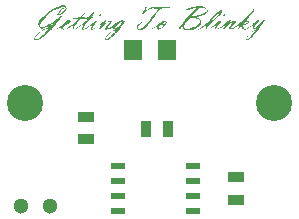
<source format=gts>
G04 (created by PCBNEW (2013-07-07 BZR 4022)-stable) date 2/02/2014 9:55:01 p.m.*
%MOIN*%
G04 Gerber Fmt 3.4, Leading zero omitted, Abs format*
%FSLAX34Y34*%
G01*
G70*
G90*
G04 APERTURE LIST*
%ADD10C,0.00590551*%
%ADD11C,0.0001*%
%ADD12R,0.045X0.02*%
%ADD13R,0.0629X0.0709*%
%ADD14C,0.0511811*%
%ADD15C,0.12*%
%ADD16R,0.035X0.055*%
%ADD17R,0.055X0.035*%
G04 APERTURE END LIST*
G54D10*
G54D11*
G36*
X64944Y-35408D02*
X64937Y-35428D01*
X64916Y-35461D01*
X64878Y-35511D01*
X64840Y-35559D01*
X64792Y-35620D01*
X64760Y-35662D01*
X64742Y-35690D01*
X64738Y-35707D01*
X64742Y-35716D01*
X64748Y-35718D01*
X64764Y-35726D01*
X64754Y-35730D01*
X64739Y-35730D01*
X64713Y-35739D01*
X64682Y-35765D01*
X64642Y-35811D01*
X64631Y-35827D01*
X64610Y-35851D01*
X64610Y-35763D01*
X64586Y-35768D01*
X64549Y-35789D01*
X64503Y-35822D01*
X64456Y-35863D01*
X64424Y-35895D01*
X64378Y-35952D01*
X64349Y-36000D01*
X64340Y-36037D01*
X64343Y-36051D01*
X64358Y-36057D01*
X64384Y-36043D01*
X64422Y-36007D01*
X64474Y-35950D01*
X64519Y-35896D01*
X64559Y-35845D01*
X64590Y-35803D01*
X64608Y-35774D01*
X64610Y-35763D01*
X64610Y-35851D01*
X64582Y-35886D01*
X64528Y-35946D01*
X64473Y-36000D01*
X64423Y-36045D01*
X64381Y-36077D01*
X64352Y-36092D01*
X64349Y-36092D01*
X64327Y-36084D01*
X64320Y-36055D01*
X64327Y-36016D01*
X64342Y-35972D01*
X64343Y-35967D01*
X64372Y-35925D01*
X64417Y-35875D01*
X64472Y-35825D01*
X64528Y-35782D01*
X64577Y-35751D01*
X64597Y-35743D01*
X64648Y-35717D01*
X64686Y-35682D01*
X64717Y-35639D01*
X64730Y-35617D01*
X64723Y-35616D01*
X64698Y-35635D01*
X64677Y-35654D01*
X64622Y-35698D01*
X64582Y-35719D01*
X64554Y-35719D01*
X64537Y-35702D01*
X64531Y-35662D01*
X64550Y-35607D01*
X64583Y-35554D01*
X64592Y-35538D01*
X64585Y-35538D01*
X64561Y-35554D01*
X64516Y-35588D01*
X64502Y-35599D01*
X64431Y-35654D01*
X64377Y-35691D01*
X64334Y-35715D01*
X64298Y-35727D01*
X64262Y-35731D01*
X64259Y-35731D01*
X64225Y-35727D01*
X64202Y-35711D01*
X64178Y-35674D01*
X64146Y-35617D01*
X64090Y-35678D01*
X64053Y-35713D01*
X64029Y-35727D01*
X64017Y-35723D01*
X64015Y-35707D01*
X64028Y-35678D01*
X64059Y-35634D01*
X64085Y-35600D01*
X64168Y-35494D01*
X64049Y-35590D01*
X63976Y-35648D01*
X63919Y-35688D01*
X63875Y-35714D01*
X63837Y-35727D01*
X63803Y-35729D01*
X63796Y-35728D01*
X63762Y-35721D01*
X63748Y-35700D01*
X63746Y-35688D01*
X63749Y-35661D01*
X63767Y-35628D01*
X63804Y-35582D01*
X63823Y-35560D01*
X63859Y-35519D01*
X63885Y-35485D01*
X63897Y-35465D01*
X63897Y-35462D01*
X63880Y-35464D01*
X63847Y-35484D01*
X63802Y-35516D01*
X63749Y-35557D01*
X63692Y-35606D01*
X63664Y-35631D01*
X63605Y-35682D01*
X63565Y-35711D01*
X63542Y-35718D01*
X63539Y-35704D01*
X63556Y-35669D01*
X63594Y-35614D01*
X63616Y-35587D01*
X63691Y-35493D01*
X63605Y-35562D01*
X63529Y-35622D01*
X63470Y-35665D01*
X63425Y-35695D01*
X63388Y-35713D01*
X63355Y-35721D01*
X63332Y-35723D01*
X63290Y-35718D01*
X63270Y-35700D01*
X63273Y-35667D01*
X63297Y-35617D01*
X63316Y-35587D01*
X63368Y-35510D01*
X63306Y-35561D01*
X63216Y-35632D01*
X63143Y-35683D01*
X63085Y-35716D01*
X63041Y-35730D01*
X63007Y-35729D01*
X62983Y-35714D01*
X62971Y-35698D01*
X62970Y-35675D01*
X62979Y-35637D01*
X62983Y-35625D01*
X63004Y-35557D01*
X62936Y-35608D01*
X62885Y-35645D01*
X62829Y-35679D01*
X62777Y-35707D01*
X62735Y-35726D01*
X62714Y-35731D01*
X62715Y-35725D01*
X62737Y-35709D01*
X62768Y-35691D01*
X62892Y-35611D01*
X63010Y-35514D01*
X63110Y-35408D01*
X63118Y-35398D01*
X63176Y-35330D01*
X63240Y-35260D01*
X63304Y-35195D01*
X63365Y-35140D01*
X63416Y-35098D01*
X63448Y-35077D01*
X63482Y-35062D01*
X63502Y-35065D01*
X63510Y-35072D01*
X63516Y-35101D01*
X63498Y-35144D01*
X63494Y-35150D01*
X63494Y-35092D01*
X63490Y-35085D01*
X63475Y-35088D01*
X63444Y-35114D01*
X63399Y-35158D01*
X63343Y-35220D01*
X63283Y-35291D01*
X63225Y-35360D01*
X63186Y-35409D01*
X63166Y-35438D01*
X63164Y-35446D01*
X63182Y-35434D01*
X63219Y-35401D01*
X63276Y-35348D01*
X63343Y-35284D01*
X63408Y-35218D01*
X63456Y-35163D01*
X63485Y-35120D01*
X63494Y-35092D01*
X63494Y-35150D01*
X63459Y-35201D01*
X63398Y-35268D01*
X63317Y-35345D01*
X63238Y-35413D01*
X63161Y-35481D01*
X63104Y-35536D01*
X63064Y-35584D01*
X63043Y-35616D01*
X63019Y-35669D01*
X63015Y-35701D01*
X63030Y-35713D01*
X63062Y-35705D01*
X63114Y-35678D01*
X63183Y-35630D01*
X63269Y-35564D01*
X63354Y-35494D01*
X63405Y-35454D01*
X63445Y-35432D01*
X63473Y-35429D01*
X63483Y-35445D01*
X63483Y-35446D01*
X63474Y-35464D01*
X63451Y-35499D01*
X63417Y-35544D01*
X63396Y-35570D01*
X63358Y-35617D01*
X63329Y-35656D01*
X63312Y-35682D01*
X63309Y-35688D01*
X63319Y-35707D01*
X63348Y-35706D01*
X63393Y-35686D01*
X63453Y-35650D01*
X63526Y-35597D01*
X63586Y-35549D01*
X63640Y-35503D01*
X63688Y-35463D01*
X63724Y-35433D01*
X63743Y-35418D01*
X63773Y-35409D01*
X63786Y-35413D01*
X63798Y-35426D01*
X63792Y-35445D01*
X63777Y-35467D01*
X63747Y-35511D01*
X63735Y-35532D01*
X63742Y-35533D01*
X63758Y-35519D01*
X63815Y-35476D01*
X63868Y-35446D01*
X63914Y-35431D01*
X63948Y-35432D01*
X63964Y-35448D01*
X63964Y-35469D01*
X63949Y-35499D01*
X63918Y-35541D01*
X63867Y-35598D01*
X63854Y-35613D01*
X63813Y-35661D01*
X63795Y-35692D01*
X63797Y-35704D01*
X63820Y-35708D01*
X63861Y-35694D01*
X63915Y-35662D01*
X63980Y-35617D01*
X64054Y-35560D01*
X64132Y-35493D01*
X64213Y-35419D01*
X64293Y-35340D01*
X64369Y-35259D01*
X64380Y-35246D01*
X64446Y-35172D01*
X64496Y-35117D01*
X64531Y-35080D01*
X64556Y-35057D01*
X64572Y-35047D01*
X64582Y-35047D01*
X64587Y-35052D01*
X64590Y-35066D01*
X64583Y-35086D01*
X64564Y-35117D01*
X64531Y-35159D01*
X64483Y-35218D01*
X64418Y-35293D01*
X64408Y-35304D01*
X64362Y-35359D01*
X64326Y-35403D01*
X64303Y-35435D01*
X64295Y-35450D01*
X64298Y-35450D01*
X64336Y-35438D01*
X64365Y-35432D01*
X64399Y-35436D01*
X64415Y-35459D01*
X64409Y-35495D01*
X64405Y-35502D01*
X64381Y-35528D01*
X64363Y-35539D01*
X64363Y-35477D01*
X64359Y-35461D01*
X64344Y-35457D01*
X64321Y-35465D01*
X64286Y-35486D01*
X64247Y-35513D01*
X64214Y-35540D01*
X64197Y-35559D01*
X64198Y-35569D01*
X64220Y-35568D01*
X64253Y-35558D01*
X64293Y-35540D01*
X64317Y-35527D01*
X64348Y-35501D01*
X64363Y-35477D01*
X64363Y-35539D01*
X64339Y-35554D01*
X64290Y-35575D01*
X64246Y-35586D01*
X64237Y-35586D01*
X64212Y-35594D01*
X64205Y-35605D01*
X64212Y-35629D01*
X64229Y-35661D01*
X64249Y-35693D01*
X64267Y-35714D01*
X64273Y-35717D01*
X64299Y-35708D01*
X64342Y-35683D01*
X64398Y-35646D01*
X64461Y-35601D01*
X64527Y-35549D01*
X64558Y-35523D01*
X64631Y-35465D01*
X64685Y-35429D01*
X64721Y-35413D01*
X64738Y-35420D01*
X64739Y-35428D01*
X64730Y-35445D01*
X64708Y-35479D01*
X64674Y-35523D01*
X64652Y-35552D01*
X64615Y-35600D01*
X64586Y-35640D01*
X64569Y-35667D01*
X64566Y-35674D01*
X64575Y-35686D01*
X64601Y-35679D01*
X64641Y-35654D01*
X64692Y-35614D01*
X64752Y-35559D01*
X64817Y-35494D01*
X64840Y-35470D01*
X64885Y-35425D01*
X64915Y-35401D01*
X64935Y-35396D01*
X64940Y-35398D01*
X64944Y-35408D01*
X64944Y-35408D01*
X64944Y-35408D01*
G37*
G36*
X58328Y-35023D02*
X58313Y-35075D01*
X58277Y-35130D01*
X58224Y-35182D01*
X58162Y-35226D01*
X58108Y-35254D01*
X58065Y-35263D01*
X58036Y-35253D01*
X58024Y-35224D01*
X58024Y-35220D01*
X58035Y-35185D01*
X58065Y-35141D01*
X58107Y-35095D01*
X58157Y-35052D01*
X58192Y-35029D01*
X58233Y-35008D01*
X58258Y-34999D01*
X58264Y-35003D01*
X58249Y-35018D01*
X58223Y-35036D01*
X58185Y-35063D01*
X58144Y-35099D01*
X58106Y-35138D01*
X58076Y-35173D01*
X58059Y-35199D01*
X58058Y-35208D01*
X58080Y-35218D01*
X58117Y-35204D01*
X58170Y-35166D01*
X58214Y-35127D01*
X58259Y-35084D01*
X58285Y-35052D01*
X58295Y-35027D01*
X58296Y-35010D01*
X58286Y-34983D01*
X58262Y-34971D01*
X58246Y-34968D01*
X58181Y-34974D01*
X58101Y-34998D01*
X58012Y-35038D01*
X57917Y-35092D01*
X57820Y-35155D01*
X57725Y-35226D01*
X57638Y-35300D01*
X57562Y-35376D01*
X57501Y-35449D01*
X57459Y-35517D01*
X57448Y-35545D01*
X57437Y-35596D01*
X57445Y-35627D01*
X57475Y-35642D01*
X57510Y-35644D01*
X57570Y-35634D01*
X57648Y-35605D01*
X57739Y-35559D01*
X57841Y-35498D01*
X57950Y-35423D01*
X58063Y-35336D01*
X58071Y-35330D01*
X58116Y-35296D01*
X58152Y-35271D01*
X58175Y-35260D01*
X58178Y-35260D01*
X58182Y-35272D01*
X58175Y-35293D01*
X58153Y-35326D01*
X58117Y-35372D01*
X58063Y-35435D01*
X58017Y-35487D01*
X57967Y-35545D01*
X57923Y-35597D01*
X57892Y-35638D01*
X57875Y-35665D01*
X57873Y-35671D01*
X57862Y-35692D01*
X57851Y-35695D01*
X57834Y-35705D01*
X57800Y-35732D01*
X57755Y-35773D01*
X57746Y-35782D01*
X57746Y-35684D01*
X57741Y-35679D01*
X57728Y-35681D01*
X57657Y-35704D01*
X57576Y-35743D01*
X57492Y-35792D01*
X57416Y-35848D01*
X57381Y-35879D01*
X57321Y-35940D01*
X57285Y-35990D01*
X57275Y-36027D01*
X57289Y-36050D01*
X57312Y-36061D01*
X57336Y-36059D01*
X57368Y-36044D01*
X57404Y-36022D01*
X57438Y-35996D01*
X57485Y-35954D01*
X57542Y-35902D01*
X57601Y-35845D01*
X57620Y-35826D01*
X57678Y-35767D01*
X57717Y-35725D01*
X57739Y-35698D01*
X57746Y-35684D01*
X57746Y-35782D01*
X57702Y-35824D01*
X57670Y-35855D01*
X57600Y-35923D01*
X57536Y-35980D01*
X57483Y-36022D01*
X57445Y-36046D01*
X57392Y-36066D01*
X57338Y-36076D01*
X57291Y-36077D01*
X57259Y-36067D01*
X57250Y-36056D01*
X57248Y-36014D01*
X57270Y-35964D01*
X57310Y-35909D01*
X57367Y-35852D01*
X57435Y-35797D01*
X57511Y-35746D01*
X57592Y-35702D01*
X57674Y-35669D01*
X57714Y-35658D01*
X57785Y-35630D01*
X57847Y-35582D01*
X57887Y-35541D01*
X57905Y-35518D01*
X57900Y-35512D01*
X57873Y-35526D01*
X57826Y-35555D01*
X57726Y-35617D01*
X57636Y-35663D01*
X57560Y-35691D01*
X57535Y-35696D01*
X57495Y-35700D01*
X57466Y-35691D01*
X57435Y-35664D01*
X57433Y-35662D01*
X57397Y-35608D01*
X57389Y-35545D01*
X57408Y-35474D01*
X57454Y-35394D01*
X57527Y-35306D01*
X57563Y-35269D01*
X57661Y-35183D01*
X57773Y-35104D01*
X57892Y-35036D01*
X58011Y-34980D01*
X58124Y-34942D01*
X58187Y-34929D01*
X58252Y-34929D01*
X58297Y-34947D01*
X58323Y-34979D01*
X58328Y-35023D01*
X58328Y-35023D01*
X58328Y-35023D01*
G37*
G36*
X60261Y-35447D02*
X60258Y-35468D01*
X60235Y-35508D01*
X60193Y-35568D01*
X60190Y-35572D01*
X60190Y-35464D01*
X60184Y-35446D01*
X60169Y-35442D01*
X60150Y-35451D01*
X60116Y-35476D01*
X60074Y-35512D01*
X60060Y-35524D01*
X60006Y-35578D01*
X59967Y-35624D01*
X59944Y-35659D01*
X59938Y-35681D01*
X59949Y-35688D01*
X59977Y-35677D01*
X60022Y-35647D01*
X60042Y-35632D01*
X60100Y-35582D01*
X60146Y-35535D01*
X60176Y-35494D01*
X60190Y-35464D01*
X60190Y-35572D01*
X60175Y-35591D01*
X60139Y-35640D01*
X60112Y-35682D01*
X60098Y-35709D01*
X60097Y-35717D01*
X60095Y-35730D01*
X60088Y-35731D01*
X60073Y-35741D01*
X60042Y-35769D01*
X60000Y-35809D01*
X59962Y-35848D01*
X59962Y-35762D01*
X59959Y-35760D01*
X59922Y-35769D01*
X59873Y-35794D01*
X59817Y-35829D01*
X59760Y-35872D01*
X59706Y-35917D01*
X59663Y-35960D01*
X59635Y-35996D01*
X59627Y-36019D01*
X59635Y-36044D01*
X59661Y-36045D01*
X59702Y-36024D01*
X59760Y-35980D01*
X59807Y-35938D01*
X59855Y-35892D01*
X59897Y-35847D01*
X59932Y-35808D01*
X59955Y-35778D01*
X59962Y-35762D01*
X59962Y-35848D01*
X59950Y-35860D01*
X59934Y-35876D01*
X59846Y-35964D01*
X59773Y-36025D01*
X59712Y-36064D01*
X59663Y-36078D01*
X59627Y-36069D01*
X59613Y-36056D01*
X59605Y-36038D01*
X59609Y-36011D01*
X59628Y-35968D01*
X59669Y-35908D01*
X59732Y-35849D01*
X59808Y-35797D01*
X59890Y-35758D01*
X59919Y-35749D01*
X59981Y-35726D01*
X60021Y-35698D01*
X60036Y-35681D01*
X60067Y-35638D01*
X60015Y-35677D01*
X59975Y-35702D01*
X59936Y-35716D01*
X59925Y-35717D01*
X59900Y-35713D01*
X59889Y-35697D01*
X59887Y-35666D01*
X59887Y-35616D01*
X59815Y-35668D01*
X59761Y-35700D01*
X59706Y-35721D01*
X59658Y-35731D01*
X59624Y-35726D01*
X59612Y-35716D01*
X59608Y-35682D01*
X59629Y-35636D01*
X59675Y-35577D01*
X59703Y-35547D01*
X59738Y-35510D01*
X59761Y-35480D01*
X59768Y-35464D01*
X59768Y-35463D01*
X59748Y-35463D01*
X59711Y-35484D01*
X59656Y-35523D01*
X59587Y-35580D01*
X59547Y-35615D01*
X59499Y-35656D01*
X59459Y-35690D01*
X59431Y-35711D01*
X59421Y-35717D01*
X59409Y-35707D01*
X59416Y-35681D01*
X59439Y-35641D01*
X59477Y-35591D01*
X59479Y-35589D01*
X59512Y-35548D01*
X59526Y-35527D01*
X59521Y-35526D01*
X59494Y-35544D01*
X59447Y-35581D01*
X59439Y-35588D01*
X59358Y-35649D01*
X59285Y-35695D01*
X59225Y-35723D01*
X59185Y-35731D01*
X59145Y-35724D01*
X59128Y-35703D01*
X59134Y-35666D01*
X59163Y-35614D01*
X59189Y-35576D01*
X59209Y-35547D01*
X59216Y-35530D01*
X59216Y-35529D01*
X59201Y-35538D01*
X59171Y-35560D01*
X59130Y-35593D01*
X59120Y-35601D01*
X59044Y-35659D01*
X58975Y-35701D01*
X58917Y-35726D01*
X58872Y-35732D01*
X58843Y-35718D01*
X58837Y-35708D01*
X58839Y-35683D01*
X58851Y-35643D01*
X58866Y-35607D01*
X58904Y-35529D01*
X58782Y-35623D01*
X58728Y-35662D01*
X58678Y-35695D01*
X58641Y-35718D01*
X58625Y-35725D01*
X58574Y-35730D01*
X58543Y-35715D01*
X58533Y-35682D01*
X58545Y-35631D01*
X58558Y-35602D01*
X58574Y-35568D01*
X58580Y-35546D01*
X58580Y-35543D01*
X58565Y-35552D01*
X58535Y-35575D01*
X58493Y-35607D01*
X58482Y-35616D01*
X58413Y-35668D01*
X58357Y-35703D01*
X58307Y-35723D01*
X58256Y-35730D01*
X58234Y-35731D01*
X58191Y-35729D01*
X58168Y-35721D01*
X58155Y-35700D01*
X58150Y-35689D01*
X58134Y-35647D01*
X58049Y-35690D01*
X58003Y-35711D01*
X57967Y-35725D01*
X57949Y-35728D01*
X57954Y-35720D01*
X57979Y-35702D01*
X58021Y-35679D01*
X58033Y-35673D01*
X58139Y-35606D01*
X58226Y-35527D01*
X58281Y-35474D01*
X58323Y-35442D01*
X58359Y-35424D01*
X58374Y-35420D01*
X58424Y-35417D01*
X58452Y-35428D01*
X58459Y-35449D01*
X58447Y-35480D01*
X58415Y-35515D01*
X58398Y-35528D01*
X58398Y-35465D01*
X58395Y-35447D01*
X58380Y-35442D01*
X58363Y-35452D01*
X58333Y-35477D01*
X58298Y-35510D01*
X58263Y-35545D01*
X58238Y-35575D01*
X58226Y-35593D01*
X58226Y-35594D01*
X58237Y-35595D01*
X58264Y-35582D01*
X58303Y-35557D01*
X58346Y-35526D01*
X58381Y-35493D01*
X58398Y-35465D01*
X58398Y-35528D01*
X58366Y-35554D01*
X58306Y-35588D01*
X58253Y-35618D01*
X58224Y-35642D01*
X58212Y-35662D01*
X58212Y-35668D01*
X58223Y-35696D01*
X58255Y-35709D01*
X58298Y-35704D01*
X58310Y-35701D01*
X58344Y-35683D01*
X58392Y-35652D01*
X58449Y-35611D01*
X58509Y-35565D01*
X58570Y-35516D01*
X58625Y-35469D01*
X58671Y-35427D01*
X58703Y-35394D01*
X58717Y-35374D01*
X58717Y-35372D01*
X58704Y-35368D01*
X58669Y-35366D01*
X58620Y-35366D01*
X58612Y-35366D01*
X58561Y-35366D01*
X58536Y-35363D01*
X58536Y-35356D01*
X58560Y-35348D01*
X58605Y-35341D01*
X58662Y-35334D01*
X58710Y-35328D01*
X58744Y-35320D01*
X58771Y-35305D01*
X58800Y-35276D01*
X58833Y-35239D01*
X58869Y-35200D01*
X58900Y-35172D01*
X58918Y-35161D01*
X58921Y-35161D01*
X58931Y-35172D01*
X58930Y-35190D01*
X58913Y-35218D01*
X58883Y-35260D01*
X58831Y-35327D01*
X58894Y-35329D01*
X58968Y-35331D01*
X59021Y-35327D01*
X59060Y-35316D01*
X59091Y-35296D01*
X59121Y-35265D01*
X59122Y-35264D01*
X59156Y-35224D01*
X59188Y-35189D01*
X59201Y-35176D01*
X59224Y-35158D01*
X59235Y-35162D01*
X59234Y-35182D01*
X59222Y-35214D01*
X59198Y-35253D01*
X59194Y-35258D01*
X59149Y-35320D01*
X59211Y-35327D01*
X59247Y-35332D01*
X59257Y-35337D01*
X59244Y-35343D01*
X59237Y-35345D01*
X59195Y-35353D01*
X59157Y-35355D01*
X59130Y-35360D01*
X59104Y-35376D01*
X59073Y-35409D01*
X59049Y-35438D01*
X59019Y-35477D01*
X59019Y-35385D01*
X59019Y-35379D01*
X59003Y-35376D01*
X58966Y-35372D01*
X58914Y-35368D01*
X58907Y-35367D01*
X58800Y-35362D01*
X58723Y-35458D01*
X58669Y-35529D01*
X58624Y-35593D01*
X58590Y-35646D01*
X58570Y-35684D01*
X58567Y-35704D01*
X58567Y-35704D01*
X58575Y-35714D01*
X58588Y-35714D01*
X58616Y-35705D01*
X58624Y-35702D01*
X58656Y-35685D01*
X58700Y-35656D01*
X58754Y-35617D01*
X58812Y-35573D01*
X58870Y-35526D01*
X58924Y-35481D01*
X58969Y-35439D01*
X59003Y-35406D01*
X59019Y-35385D01*
X59019Y-35477D01*
X58983Y-35524D01*
X58932Y-35596D01*
X58897Y-35653D01*
X58878Y-35693D01*
X58877Y-35714D01*
X58884Y-35717D01*
X58901Y-35711D01*
X58934Y-35699D01*
X58943Y-35695D01*
X58976Y-35679D01*
X59013Y-35656D01*
X59059Y-35623D01*
X59118Y-35576D01*
X59194Y-35514D01*
X59206Y-35504D01*
X59260Y-35463D01*
X59304Y-35436D01*
X59336Y-35427D01*
X59352Y-35435D01*
X59353Y-35441D01*
X59344Y-35457D01*
X59321Y-35490D01*
X59287Y-35535D01*
X59258Y-35573D01*
X59212Y-35636D01*
X59187Y-35680D01*
X59183Y-35705D01*
X59197Y-35714D01*
X59229Y-35704D01*
X59279Y-35676D01*
X59344Y-35632D01*
X59425Y-35570D01*
X59475Y-35529D01*
X59532Y-35483D01*
X59582Y-35445D01*
X59619Y-35419D01*
X59641Y-35407D01*
X59643Y-35407D01*
X59655Y-35430D01*
X59643Y-35466D01*
X59624Y-35494D01*
X59591Y-35536D01*
X59641Y-35503D01*
X59715Y-35459D01*
X59771Y-35435D01*
X59809Y-35432D01*
X59827Y-35450D01*
X59829Y-35465D01*
X59820Y-35485D01*
X59796Y-35521D01*
X59760Y-35565D01*
X59740Y-35588D01*
X59695Y-35642D01*
X59670Y-35679D01*
X59664Y-35700D01*
X59666Y-35704D01*
X59689Y-35709D01*
X59728Y-35694D01*
X59786Y-35660D01*
X59862Y-35606D01*
X59923Y-35559D01*
X59982Y-35515D01*
X60039Y-35475D01*
X60088Y-35446D01*
X60114Y-35433D01*
X60154Y-35419D01*
X60178Y-35418D01*
X60197Y-35427D01*
X60201Y-35431D01*
X60228Y-35446D01*
X60244Y-35446D01*
X60261Y-35447D01*
X60261Y-35447D01*
X60261Y-35447D01*
G37*
G36*
X61779Y-34978D02*
X61773Y-34990D01*
X61754Y-35000D01*
X61718Y-35009D01*
X61661Y-35018D01*
X61586Y-35027D01*
X61444Y-35045D01*
X61325Y-35204D01*
X61271Y-35276D01*
X61214Y-35354D01*
X61161Y-35428D01*
X61120Y-35484D01*
X61041Y-35587D01*
X60966Y-35665D01*
X60896Y-35719D01*
X60844Y-35743D01*
X60792Y-35756D01*
X60756Y-35758D01*
X60728Y-35747D01*
X60709Y-35733D01*
X60683Y-35695D01*
X60677Y-35645D01*
X60691Y-35591D01*
X60708Y-35562D01*
X60734Y-35533D01*
X60769Y-35506D01*
X60805Y-35484D01*
X60834Y-35472D01*
X60847Y-35473D01*
X60841Y-35487D01*
X60820Y-35514D01*
X60786Y-35550D01*
X60782Y-35555D01*
X60742Y-35596D01*
X60721Y-35626D01*
X60712Y-35652D01*
X60713Y-35676D01*
X60721Y-35712D01*
X60742Y-35727D01*
X60747Y-35728D01*
X60785Y-35723D01*
X60832Y-35696D01*
X60890Y-35647D01*
X60958Y-35575D01*
X61039Y-35478D01*
X61093Y-35409D01*
X61151Y-35334D01*
X61207Y-35262D01*
X61259Y-35197D01*
X61301Y-35145D01*
X61327Y-35112D01*
X61389Y-35041D01*
X61321Y-35032D01*
X61207Y-35030D01*
X61096Y-35057D01*
X60991Y-35111D01*
X60928Y-35159D01*
X60877Y-35202D01*
X60843Y-35224D01*
X60827Y-35224D01*
X60826Y-35218D01*
X60834Y-35204D01*
X60854Y-35174D01*
X60876Y-35145D01*
X60909Y-35095D01*
X60935Y-35041D01*
X60944Y-35014D01*
X60957Y-34977D01*
X60969Y-34954D01*
X60974Y-34952D01*
X60990Y-34963D01*
X60993Y-34993D01*
X60980Y-35035D01*
X60972Y-35052D01*
X60942Y-35110D01*
X61002Y-35067D01*
X61055Y-35033D01*
X61113Y-35009D01*
X61181Y-34993D01*
X61264Y-34984D01*
X61369Y-34981D01*
X61394Y-34981D01*
X61515Y-34981D01*
X61609Y-34981D01*
X61679Y-34979D01*
X61727Y-34977D01*
X61756Y-34974D01*
X61767Y-34971D01*
X61778Y-34975D01*
X61779Y-34978D01*
X61779Y-34978D01*
X61779Y-34978D01*
G37*
G36*
X63035Y-35109D02*
X63024Y-35155D01*
X63004Y-35179D01*
X63004Y-35091D01*
X63002Y-35063D01*
X62985Y-35044D01*
X62957Y-35030D01*
X62913Y-35018D01*
X62856Y-35010D01*
X62822Y-35009D01*
X62794Y-35009D01*
X62772Y-35010D01*
X62752Y-35014D01*
X62732Y-35025D01*
X62708Y-35044D01*
X62676Y-35075D01*
X62632Y-35120D01*
X62575Y-35182D01*
X62530Y-35230D01*
X62465Y-35299D01*
X62530Y-35289D01*
X62573Y-35282D01*
X62634Y-35269D01*
X62702Y-35253D01*
X62731Y-35245D01*
X62835Y-35215D01*
X62915Y-35181D01*
X62971Y-35144D01*
X63000Y-35106D01*
X63004Y-35091D01*
X63004Y-35179D01*
X62990Y-35196D01*
X62929Y-35235D01*
X62924Y-35238D01*
X62880Y-35256D01*
X62820Y-35276D01*
X62756Y-35293D01*
X62697Y-35307D01*
X62654Y-35313D01*
X62651Y-35313D01*
X62648Y-35318D01*
X62667Y-35329D01*
X62696Y-35341D01*
X62762Y-35375D01*
X62803Y-35416D01*
X62818Y-35464D01*
X62819Y-35474D01*
X62804Y-35537D01*
X62775Y-35578D01*
X62775Y-35450D01*
X62764Y-35418D01*
X62735Y-35395D01*
X62686Y-35374D01*
X62620Y-35357D01*
X62547Y-35347D01*
X62538Y-35346D01*
X62436Y-35338D01*
X62376Y-35401D01*
X62305Y-35483D01*
X62261Y-35552D01*
X62242Y-35609D01*
X62250Y-35654D01*
X62273Y-35681D01*
X62319Y-35698D01*
X62383Y-35701D01*
X62460Y-35688D01*
X62543Y-35662D01*
X62595Y-35638D01*
X62675Y-35592D01*
X62732Y-35544D01*
X62766Y-35496D01*
X62775Y-35450D01*
X62775Y-35578D01*
X62762Y-35597D01*
X62696Y-35652D01*
X62611Y-35701D01*
X62521Y-35736D01*
X62433Y-35756D01*
X62352Y-35759D01*
X62289Y-35746D01*
X62248Y-35716D01*
X62219Y-35669D01*
X62211Y-35630D01*
X62209Y-35613D01*
X62202Y-35610D01*
X62185Y-35624D01*
X62154Y-35658D01*
X62148Y-35665D01*
X62107Y-35706D01*
X62076Y-35724D01*
X62058Y-35718D01*
X62053Y-35697D01*
X62062Y-35679D01*
X62087Y-35645D01*
X62124Y-35598D01*
X62170Y-35542D01*
X62194Y-35515D01*
X62243Y-35456D01*
X62284Y-35404D01*
X62314Y-35363D01*
X62329Y-35337D01*
X62330Y-35332D01*
X62339Y-35312D01*
X62359Y-35299D01*
X62381Y-35284D01*
X62419Y-35252D01*
X62466Y-35209D01*
X62518Y-35158D01*
X62522Y-35153D01*
X62652Y-35020D01*
X62573Y-35030D01*
X62516Y-35040D01*
X62449Y-35057D01*
X62396Y-35074D01*
X62336Y-35091D01*
X62299Y-35095D01*
X62286Y-35085D01*
X62297Y-35062D01*
X62298Y-35060D01*
X62326Y-35041D01*
X62375Y-35020D01*
X62441Y-35000D01*
X62516Y-34981D01*
X62593Y-34967D01*
X62609Y-34965D01*
X62666Y-34955D01*
X62712Y-34945D01*
X62741Y-34935D01*
X62744Y-34933D01*
X62764Y-34925D01*
X62773Y-34932D01*
X62791Y-34943D01*
X62829Y-34953D01*
X62854Y-34958D01*
X62935Y-34976D01*
X62991Y-35005D01*
X63023Y-35046D01*
X63035Y-35102D01*
X63035Y-35109D01*
X63035Y-35109D01*
X63035Y-35109D01*
G37*
G36*
X61659Y-35473D02*
X61643Y-35517D01*
X61633Y-35533D01*
X61633Y-35458D01*
X61623Y-35443D01*
X61619Y-35442D01*
X61597Y-35453D01*
X61569Y-35478D01*
X61544Y-35508D01*
X61533Y-35532D01*
X61533Y-35533D01*
X61541Y-35564D01*
X61561Y-35571D01*
X61588Y-35558D01*
X61609Y-35530D01*
X61629Y-35489D01*
X61633Y-35458D01*
X61633Y-35533D01*
X61612Y-35569D01*
X61567Y-35624D01*
X61557Y-35633D01*
X61543Y-35647D01*
X61543Y-35606D01*
X61538Y-35591D01*
X61529Y-35580D01*
X61509Y-35555D01*
X61504Y-35540D01*
X61497Y-35536D01*
X61478Y-35549D01*
X61455Y-35573D01*
X61432Y-35604D01*
X61422Y-35620D01*
X61409Y-35659D01*
X61412Y-35689D01*
X61430Y-35702D01*
X61432Y-35702D01*
X61450Y-35693D01*
X61481Y-35670D01*
X61500Y-35653D01*
X61531Y-35624D01*
X61543Y-35606D01*
X61543Y-35647D01*
X61494Y-35691D01*
X61438Y-35726D01*
X61392Y-35735D01*
X61369Y-35729D01*
X61350Y-35703D01*
X61346Y-35663D01*
X61358Y-35620D01*
X61361Y-35614D01*
X61359Y-35606D01*
X61337Y-35617D01*
X61295Y-35645D01*
X61288Y-35650D01*
X61221Y-35696D01*
X61172Y-35723D01*
X61142Y-35730D01*
X61134Y-35727D01*
X61142Y-35717D01*
X61168Y-35700D01*
X61189Y-35689D01*
X61226Y-35668D01*
X61276Y-35632D01*
X61335Y-35588D01*
X61386Y-35546D01*
X61445Y-35498D01*
X61488Y-35465D01*
X61521Y-35446D01*
X61549Y-35435D01*
X61577Y-35432D01*
X61584Y-35431D01*
X61625Y-35432D01*
X61651Y-35439D01*
X61656Y-35443D01*
X61659Y-35473D01*
X61659Y-35473D01*
X61659Y-35473D01*
G37*
G36*
X59492Y-35236D02*
X59491Y-35261D01*
X59488Y-35265D01*
X59465Y-35285D01*
X59430Y-35296D01*
X59400Y-35294D01*
X59392Y-35289D01*
X59390Y-35270D01*
X59404Y-35245D01*
X59428Y-35225D01*
X59437Y-35222D01*
X59472Y-35221D01*
X59492Y-35236D01*
X59492Y-35236D01*
X59492Y-35236D01*
G37*
G36*
X63625Y-35246D02*
X63616Y-35269D01*
X63590Y-35288D01*
X63563Y-35296D01*
X63535Y-35295D01*
X63527Y-35282D01*
X63528Y-35276D01*
X63545Y-35246D01*
X63574Y-35226D01*
X63605Y-35222D01*
X63613Y-35226D01*
X63625Y-35246D01*
X63625Y-35246D01*
X63625Y-35246D01*
G37*
G54D12*
X62549Y-40273D03*
X62549Y-40773D03*
X62549Y-41273D03*
X62549Y-41773D03*
X60049Y-41773D03*
X60049Y-41273D03*
X60049Y-40773D03*
X60049Y-40273D03*
G54D13*
X60541Y-36400D03*
X61659Y-36400D03*
G54D14*
X56807Y-41600D03*
X57792Y-41600D03*
G54D15*
X65257Y-38188D03*
X56947Y-38188D03*
G54D16*
X61713Y-39055D03*
X60963Y-39055D03*
G54D17*
X63976Y-40648D03*
X63976Y-41398D03*
X58976Y-39390D03*
X58976Y-38640D03*
M02*

</source>
